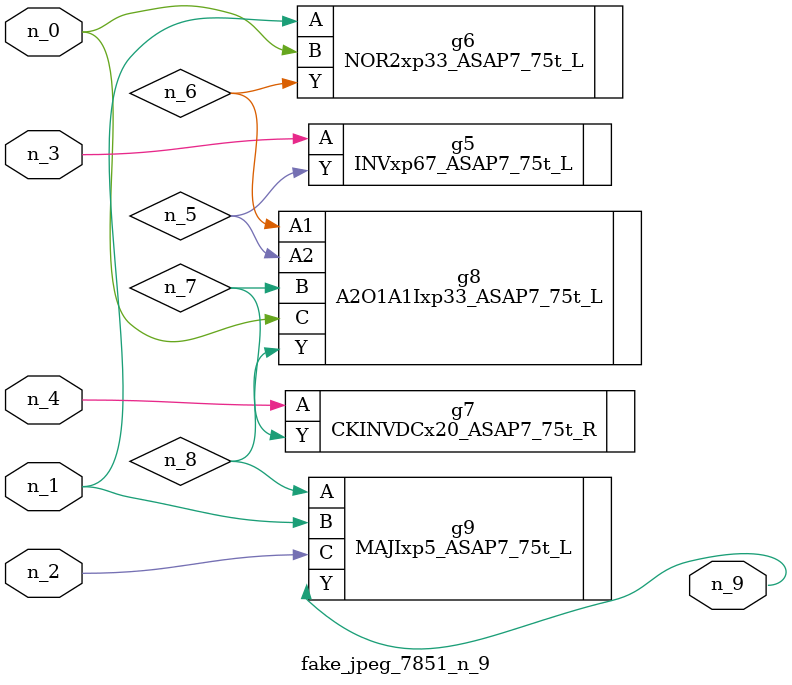
<source format=v>
module fake_jpeg_7851_n_9 (n_3, n_2, n_1, n_0, n_4, n_9);

input n_3;
input n_2;
input n_1;
input n_0;
input n_4;

output n_9;

wire n_8;
wire n_6;
wire n_5;
wire n_7;

INVxp67_ASAP7_75t_L g5 ( 
.A(n_3),
.Y(n_5)
);

NOR2xp33_ASAP7_75t_L g6 ( 
.A(n_1),
.B(n_0),
.Y(n_6)
);

CKINVDCx20_ASAP7_75t_R g7 ( 
.A(n_4),
.Y(n_7)
);

A2O1A1Ixp33_ASAP7_75t_L g8 ( 
.A1(n_6),
.A2(n_5),
.B(n_7),
.C(n_0),
.Y(n_8)
);

MAJIxp5_ASAP7_75t_L g9 ( 
.A(n_8),
.B(n_1),
.C(n_2),
.Y(n_9)
);


endmodule
</source>
